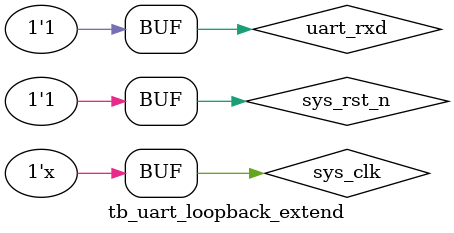
<source format=v>
`timescale 1ns/1ns

module tb_uart_loopback_extend();


reg   sys_clk;
reg   sys_rst_n;
reg   uart_rxd;
wire  uart_txd;

//8'b0101 0101
initial begin
    sys_clk <= 1'b0;
    sys_rst_n <= 1'b0;
    uart_rxd <= 1'b1;
    #200
    sys_rst_n <= 1'b1;
    #2000
    uart_rxd <= 1'b0;//ÆðÊ¼Î»
    #104166
    uart_rxd <= 1'b1;//[0]
    #104166
    uart_rxd <= 1'b0;//[1]
    #104166
    uart_rxd <= 1'b1;//[2]
    #104166
    uart_rxd <= 1'b0;//[3]
    #104166
    uart_rxd <= 1'b1;//[4]
    #104166
    uart_rxd <= 1'b0;//[5]
    #104166
    uart_rxd <= 1'b1;//[6]
    #104166
    uart_rxd <= 1'b0;//[7]
    #104166
    uart_rxd <= 1'b1;//Í£Ö¹Î»    
    #104166
    uart_rxd <= 1'b1;//¿ÕÏÐ     
end


always #10 sys_clk <= ~sys_clk;

uart_loopback_extend u_uart_loopback_extend(
    .sys_clk        (sys_clk  ),
    .sys_rst_n      (sys_rst_n),
    .uart_rxd       (uart_rxd ),
    .uart_txd       (uart_txd )
);


endmodule
</source>
